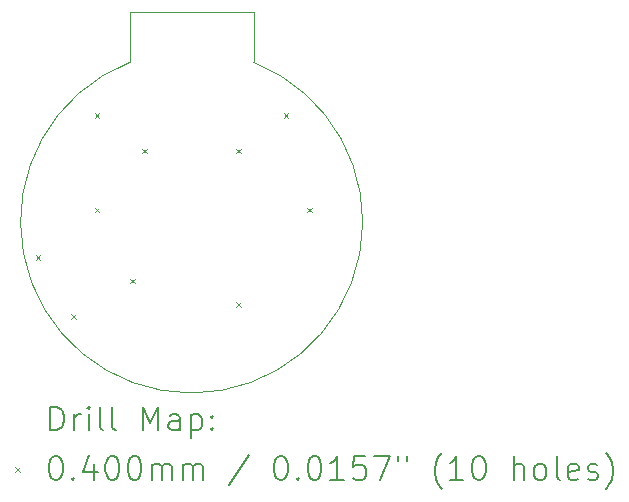
<source format=gbr>
%FSLAX45Y45*%
G04 Gerber Fmt 4.5, Leading zero omitted, Abs format (unit mm)*
G04 Created by KiCad (PCBNEW (6.0.4)) date 2023-01-05 02:06:12*
%MOMM*%
%LPD*%
G01*
G04 APERTURE LIST*
%TA.AperFunction,Profile*%
%ADD10C,0.100000*%
%TD*%
%ADD11C,0.200000*%
%ADD12C,0.040000*%
G04 APERTURE END LIST*
D10*
X8475000Y-7650000D02*
G75*
G03*
X9525000Y-7650000I525000J-1350000D01*
G01*
X9525000Y-7650000D02*
X9525000Y-7225000D01*
X9525000Y-7225000D02*
X8475000Y-7225000D01*
X8475000Y-7225000D02*
X8475000Y-7650000D01*
D11*
D12*
X7680000Y-9280000D02*
X7720000Y-9320000D01*
X7720000Y-9280000D02*
X7680000Y-9320000D01*
X7980000Y-9780000D02*
X8020000Y-9820000D01*
X8020000Y-9780000D02*
X7980000Y-9820000D01*
X8180000Y-8080000D02*
X8220000Y-8120000D01*
X8220000Y-8080000D02*
X8180000Y-8120000D01*
X8180000Y-8880000D02*
X8220000Y-8920000D01*
X8220000Y-8880000D02*
X8180000Y-8920000D01*
X8480000Y-9480000D02*
X8520000Y-9520000D01*
X8520000Y-9480000D02*
X8480000Y-9520000D01*
X8580000Y-8380000D02*
X8620000Y-8420000D01*
X8620000Y-8380000D02*
X8580000Y-8420000D01*
X9380000Y-8380000D02*
X9420000Y-8420000D01*
X9420000Y-8380000D02*
X9380000Y-8420000D01*
X9380000Y-9680000D02*
X9420000Y-9720000D01*
X9420000Y-9680000D02*
X9380000Y-9720000D01*
X9780000Y-8080000D02*
X9820000Y-8120000D01*
X9820000Y-8080000D02*
X9780000Y-8120000D01*
X9980000Y-8880000D02*
X10020000Y-8920000D01*
X10020000Y-8880000D02*
X9980000Y-8920000D01*
D11*
X7804128Y-10763967D02*
X7804128Y-10563967D01*
X7851747Y-10563967D01*
X7880319Y-10573491D01*
X7899367Y-10592538D01*
X7908890Y-10611586D01*
X7918414Y-10649681D01*
X7918414Y-10678252D01*
X7908890Y-10716348D01*
X7899367Y-10735395D01*
X7880319Y-10754443D01*
X7851747Y-10763967D01*
X7804128Y-10763967D01*
X8004128Y-10763967D02*
X8004128Y-10630633D01*
X8004128Y-10668729D02*
X8013652Y-10649681D01*
X8023176Y-10640157D01*
X8042224Y-10630633D01*
X8061271Y-10630633D01*
X8127938Y-10763967D02*
X8127938Y-10630633D01*
X8127938Y-10563967D02*
X8118414Y-10573491D01*
X8127938Y-10583014D01*
X8137462Y-10573491D01*
X8127938Y-10563967D01*
X8127938Y-10583014D01*
X8251747Y-10763967D02*
X8232700Y-10754443D01*
X8223176Y-10735395D01*
X8223176Y-10563967D01*
X8356509Y-10763967D02*
X8337462Y-10754443D01*
X8327938Y-10735395D01*
X8327938Y-10563967D01*
X8585081Y-10763967D02*
X8585081Y-10563967D01*
X8651748Y-10706824D01*
X8718414Y-10563967D01*
X8718414Y-10763967D01*
X8899367Y-10763967D02*
X8899367Y-10659205D01*
X8889843Y-10640157D01*
X8870795Y-10630633D01*
X8832700Y-10630633D01*
X8813652Y-10640157D01*
X8899367Y-10754443D02*
X8880319Y-10763967D01*
X8832700Y-10763967D01*
X8813652Y-10754443D01*
X8804129Y-10735395D01*
X8804129Y-10716348D01*
X8813652Y-10697300D01*
X8832700Y-10687776D01*
X8880319Y-10687776D01*
X8899367Y-10678252D01*
X8994605Y-10630633D02*
X8994605Y-10830633D01*
X8994605Y-10640157D02*
X9013652Y-10630633D01*
X9051748Y-10630633D01*
X9070795Y-10640157D01*
X9080319Y-10649681D01*
X9089843Y-10668729D01*
X9089843Y-10725871D01*
X9080319Y-10744919D01*
X9070795Y-10754443D01*
X9051748Y-10763967D01*
X9013652Y-10763967D01*
X8994605Y-10754443D01*
X9175557Y-10744919D02*
X9185081Y-10754443D01*
X9175557Y-10763967D01*
X9166033Y-10754443D01*
X9175557Y-10744919D01*
X9175557Y-10763967D01*
X9175557Y-10640157D02*
X9185081Y-10649681D01*
X9175557Y-10659205D01*
X9166033Y-10649681D01*
X9175557Y-10640157D01*
X9175557Y-10659205D01*
D12*
X7506509Y-11073491D02*
X7546509Y-11113491D01*
X7546509Y-11073491D02*
X7506509Y-11113491D01*
D11*
X7842224Y-10983967D02*
X7861271Y-10983967D01*
X7880319Y-10993491D01*
X7889843Y-11003014D01*
X7899367Y-11022062D01*
X7908890Y-11060157D01*
X7908890Y-11107776D01*
X7899367Y-11145871D01*
X7889843Y-11164919D01*
X7880319Y-11174443D01*
X7861271Y-11183967D01*
X7842224Y-11183967D01*
X7823176Y-11174443D01*
X7813652Y-11164919D01*
X7804128Y-11145871D01*
X7794605Y-11107776D01*
X7794605Y-11060157D01*
X7804128Y-11022062D01*
X7813652Y-11003014D01*
X7823176Y-10993491D01*
X7842224Y-10983967D01*
X7994605Y-11164919D02*
X8004128Y-11174443D01*
X7994605Y-11183967D01*
X7985081Y-11174443D01*
X7994605Y-11164919D01*
X7994605Y-11183967D01*
X8175557Y-11050633D02*
X8175557Y-11183967D01*
X8127938Y-10974443D02*
X8080319Y-11117300D01*
X8204128Y-11117300D01*
X8318414Y-10983967D02*
X8337462Y-10983967D01*
X8356509Y-10993491D01*
X8366033Y-11003014D01*
X8375557Y-11022062D01*
X8385081Y-11060157D01*
X8385081Y-11107776D01*
X8375557Y-11145871D01*
X8366033Y-11164919D01*
X8356509Y-11174443D01*
X8337462Y-11183967D01*
X8318414Y-11183967D01*
X8299367Y-11174443D01*
X8289843Y-11164919D01*
X8280319Y-11145871D01*
X8270795Y-11107776D01*
X8270795Y-11060157D01*
X8280319Y-11022062D01*
X8289843Y-11003014D01*
X8299367Y-10993491D01*
X8318414Y-10983967D01*
X8508890Y-10983967D02*
X8527938Y-10983967D01*
X8546986Y-10993491D01*
X8556510Y-11003014D01*
X8566033Y-11022062D01*
X8575557Y-11060157D01*
X8575557Y-11107776D01*
X8566033Y-11145871D01*
X8556510Y-11164919D01*
X8546986Y-11174443D01*
X8527938Y-11183967D01*
X8508890Y-11183967D01*
X8489843Y-11174443D01*
X8480319Y-11164919D01*
X8470795Y-11145871D01*
X8461271Y-11107776D01*
X8461271Y-11060157D01*
X8470795Y-11022062D01*
X8480319Y-11003014D01*
X8489843Y-10993491D01*
X8508890Y-10983967D01*
X8661271Y-11183967D02*
X8661271Y-11050633D01*
X8661271Y-11069681D02*
X8670795Y-11060157D01*
X8689843Y-11050633D01*
X8718414Y-11050633D01*
X8737462Y-11060157D01*
X8746986Y-11079205D01*
X8746986Y-11183967D01*
X8746986Y-11079205D02*
X8756510Y-11060157D01*
X8775557Y-11050633D01*
X8804129Y-11050633D01*
X8823176Y-11060157D01*
X8832700Y-11079205D01*
X8832700Y-11183967D01*
X8927938Y-11183967D02*
X8927938Y-11050633D01*
X8927938Y-11069681D02*
X8937462Y-11060157D01*
X8956510Y-11050633D01*
X8985081Y-11050633D01*
X9004129Y-11060157D01*
X9013652Y-11079205D01*
X9013652Y-11183967D01*
X9013652Y-11079205D02*
X9023176Y-11060157D01*
X9042224Y-11050633D01*
X9070795Y-11050633D01*
X9089843Y-11060157D01*
X9099367Y-11079205D01*
X9099367Y-11183967D01*
X9489843Y-10974443D02*
X9318414Y-11231586D01*
X9746986Y-10983967D02*
X9766033Y-10983967D01*
X9785081Y-10993491D01*
X9794605Y-11003014D01*
X9804129Y-11022062D01*
X9813652Y-11060157D01*
X9813652Y-11107776D01*
X9804129Y-11145871D01*
X9794605Y-11164919D01*
X9785081Y-11174443D01*
X9766033Y-11183967D01*
X9746986Y-11183967D01*
X9727938Y-11174443D01*
X9718414Y-11164919D01*
X9708890Y-11145871D01*
X9699367Y-11107776D01*
X9699367Y-11060157D01*
X9708890Y-11022062D01*
X9718414Y-11003014D01*
X9727938Y-10993491D01*
X9746986Y-10983967D01*
X9899367Y-11164919D02*
X9908890Y-11174443D01*
X9899367Y-11183967D01*
X9889843Y-11174443D01*
X9899367Y-11164919D01*
X9899367Y-11183967D01*
X10032700Y-10983967D02*
X10051748Y-10983967D01*
X10070795Y-10993491D01*
X10080319Y-11003014D01*
X10089843Y-11022062D01*
X10099367Y-11060157D01*
X10099367Y-11107776D01*
X10089843Y-11145871D01*
X10080319Y-11164919D01*
X10070795Y-11174443D01*
X10051748Y-11183967D01*
X10032700Y-11183967D01*
X10013652Y-11174443D01*
X10004129Y-11164919D01*
X9994605Y-11145871D01*
X9985081Y-11107776D01*
X9985081Y-11060157D01*
X9994605Y-11022062D01*
X10004129Y-11003014D01*
X10013652Y-10993491D01*
X10032700Y-10983967D01*
X10289843Y-11183967D02*
X10175557Y-11183967D01*
X10232700Y-11183967D02*
X10232700Y-10983967D01*
X10213652Y-11012538D01*
X10194605Y-11031586D01*
X10175557Y-11041110D01*
X10470795Y-10983967D02*
X10375557Y-10983967D01*
X10366033Y-11079205D01*
X10375557Y-11069681D01*
X10394605Y-11060157D01*
X10442224Y-11060157D01*
X10461271Y-11069681D01*
X10470795Y-11079205D01*
X10480319Y-11098252D01*
X10480319Y-11145871D01*
X10470795Y-11164919D01*
X10461271Y-11174443D01*
X10442224Y-11183967D01*
X10394605Y-11183967D01*
X10375557Y-11174443D01*
X10366033Y-11164919D01*
X10546986Y-10983967D02*
X10680319Y-10983967D01*
X10594605Y-11183967D01*
X10746986Y-10983967D02*
X10746986Y-11022062D01*
X10823176Y-10983967D02*
X10823176Y-11022062D01*
X11118414Y-11260157D02*
X11108890Y-11250633D01*
X11089843Y-11222062D01*
X11080319Y-11203014D01*
X11070795Y-11174443D01*
X11061271Y-11126824D01*
X11061271Y-11088729D01*
X11070795Y-11041110D01*
X11080319Y-11012538D01*
X11089843Y-10993491D01*
X11108890Y-10964919D01*
X11118414Y-10955395D01*
X11299367Y-11183967D02*
X11185081Y-11183967D01*
X11242224Y-11183967D02*
X11242224Y-10983967D01*
X11223176Y-11012538D01*
X11204128Y-11031586D01*
X11185081Y-11041110D01*
X11423176Y-10983967D02*
X11442224Y-10983967D01*
X11461271Y-10993491D01*
X11470795Y-11003014D01*
X11480319Y-11022062D01*
X11489843Y-11060157D01*
X11489843Y-11107776D01*
X11480319Y-11145871D01*
X11470795Y-11164919D01*
X11461271Y-11174443D01*
X11442224Y-11183967D01*
X11423176Y-11183967D01*
X11404128Y-11174443D01*
X11394605Y-11164919D01*
X11385081Y-11145871D01*
X11375557Y-11107776D01*
X11375557Y-11060157D01*
X11385081Y-11022062D01*
X11394605Y-11003014D01*
X11404128Y-10993491D01*
X11423176Y-10983967D01*
X11727938Y-11183967D02*
X11727938Y-10983967D01*
X11813652Y-11183967D02*
X11813652Y-11079205D01*
X11804128Y-11060157D01*
X11785081Y-11050633D01*
X11756509Y-11050633D01*
X11737462Y-11060157D01*
X11727938Y-11069681D01*
X11937462Y-11183967D02*
X11918414Y-11174443D01*
X11908890Y-11164919D01*
X11899367Y-11145871D01*
X11899367Y-11088729D01*
X11908890Y-11069681D01*
X11918414Y-11060157D01*
X11937462Y-11050633D01*
X11966033Y-11050633D01*
X11985081Y-11060157D01*
X11994605Y-11069681D01*
X12004128Y-11088729D01*
X12004128Y-11145871D01*
X11994605Y-11164919D01*
X11985081Y-11174443D01*
X11966033Y-11183967D01*
X11937462Y-11183967D01*
X12118414Y-11183967D02*
X12099367Y-11174443D01*
X12089843Y-11155395D01*
X12089843Y-10983967D01*
X12270795Y-11174443D02*
X12251747Y-11183967D01*
X12213652Y-11183967D01*
X12194605Y-11174443D01*
X12185081Y-11155395D01*
X12185081Y-11079205D01*
X12194605Y-11060157D01*
X12213652Y-11050633D01*
X12251747Y-11050633D01*
X12270795Y-11060157D01*
X12280319Y-11079205D01*
X12280319Y-11098252D01*
X12185081Y-11117300D01*
X12356509Y-11174443D02*
X12375557Y-11183967D01*
X12413652Y-11183967D01*
X12432700Y-11174443D01*
X12442224Y-11155395D01*
X12442224Y-11145871D01*
X12432700Y-11126824D01*
X12413652Y-11117300D01*
X12385081Y-11117300D01*
X12366033Y-11107776D01*
X12356509Y-11088729D01*
X12356509Y-11079205D01*
X12366033Y-11060157D01*
X12385081Y-11050633D01*
X12413652Y-11050633D01*
X12432700Y-11060157D01*
X12508890Y-11260157D02*
X12518414Y-11250633D01*
X12537462Y-11222062D01*
X12546986Y-11203014D01*
X12556509Y-11174443D01*
X12566033Y-11126824D01*
X12566033Y-11088729D01*
X12556509Y-11041110D01*
X12546986Y-11012538D01*
X12537462Y-10993491D01*
X12518414Y-10964919D01*
X12508890Y-10955395D01*
M02*

</source>
